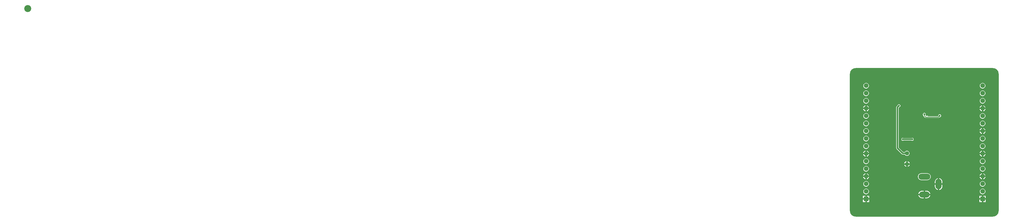
<source format=gbl>
G04 Layer_Physical_Order=2*
G04 Layer_Color=11436288*
%FSLAX23Y23*%
%MOIN*%
G70*
G01*
G75*
%ADD23C,0.020*%
%ADD25C,0.010*%
%ADD27C,0.055*%
%ADD28R,0.061X0.061*%
%ADD29C,0.061*%
%ADD30O,0.079X0.138*%
%ADD31O,0.138X0.079*%
%ADD32O,0.157X0.079*%
%ADD33C,0.026*%
%ADD34C,0.092*%
%ADD35C,0.158*%
%ADD36C,0.050*%
G36*
X1837Y1969D02*
X1890Y1969D01*
X1949Y1929D01*
X1969Y1890D01*
X1969Y1836D01*
X1969Y1836D01*
X1969Y132D01*
X1969Y132D01*
X1969Y79D01*
X1929Y20D01*
X1890Y-0D01*
X1836Y0D01*
X1836Y-0D01*
X133D01*
X133Y0D01*
X79Y-0D01*
X20Y39D01*
X-0Y79D01*
X0Y133D01*
X-0Y133D01*
X-0Y1837D01*
X-0Y1837D01*
X-0Y1890D01*
X20Y1929D01*
X31Y1937D01*
X39Y1949D01*
X79Y1969D01*
X133Y1969D01*
X133Y1969D01*
X1837Y1969D01*
X1837Y1969D01*
D02*
G37*
%LPC*%
G36*
X225Y575D02*
Y545D01*
X255D01*
X254Y546D01*
X250Y555D01*
X244Y564D01*
X235Y570D01*
X226Y574D01*
X225Y575D01*
D02*
G37*
G36*
X205D02*
X204Y574D01*
X195Y570D01*
X186Y564D01*
X180Y555D01*
X176Y546D01*
X175Y545D01*
X205D01*
Y575D01*
D02*
G37*
G36*
X1745D02*
X1744Y574D01*
X1735Y570D01*
X1726Y564D01*
X1720Y555D01*
X1716Y546D01*
X1715Y545D01*
X1745D01*
Y575D01*
D02*
G37*
G36*
X215Y672D02*
X205Y671D01*
X197Y667D01*
X189Y661D01*
X183Y653D01*
X179Y645D01*
X178Y635D01*
X179Y625D01*
X183Y617D01*
X189Y609D01*
X197Y603D01*
X205Y599D01*
X215Y598D01*
X225Y599D01*
X233Y603D01*
X241Y609D01*
X247Y617D01*
X251Y625D01*
X252Y635D01*
X251Y645D01*
X247Y653D01*
X241Y661D01*
X233Y667D01*
X225Y671D01*
X215Y672D01*
D02*
G37*
G36*
X1765Y575D02*
Y545D01*
X1795D01*
X1794Y546D01*
X1790Y555D01*
X1784Y564D01*
X1775Y570D01*
X1766Y574D01*
X1765Y575D01*
D02*
G37*
G36*
X205Y525D02*
X175D01*
X176Y524D01*
X180Y515D01*
X186Y506D01*
X195Y500D01*
X204Y496D01*
X205Y495D01*
Y525D01*
D02*
G37*
G36*
X1024Y576D02*
X946D01*
X934Y574D01*
X923Y570D01*
X913Y562D01*
X906Y553D01*
X901Y542D01*
X900Y530D01*
X901Y518D01*
X906Y507D01*
X913Y498D01*
X923Y490D01*
X934Y486D01*
X946Y484D01*
X1024D01*
X1036Y486D01*
X1047Y490D01*
X1057Y498D01*
X1064Y507D01*
X1069Y518D01*
X1070Y530D01*
X1069Y542D01*
X1064Y553D01*
X1057Y562D01*
X1047Y570D01*
X1036Y574D01*
X1024Y576D01*
D02*
G37*
G36*
X255Y525D02*
X225D01*
Y495D01*
X226Y496D01*
X235Y500D01*
X244Y506D01*
X250Y515D01*
X254Y524D01*
X255Y525D01*
D02*
G37*
G36*
X1795D02*
X1765D01*
Y495D01*
X1766Y496D01*
X1775Y500D01*
X1784Y506D01*
X1790Y515D01*
X1794Y524D01*
X1795Y525D01*
D02*
G37*
G36*
X1745D02*
X1715D01*
X1716Y524D01*
X1720Y515D01*
X1726Y506D01*
X1735Y500D01*
X1744Y496D01*
X1745Y495D01*
Y525D01*
D02*
G37*
G36*
X765Y735D02*
Y708D01*
X792D01*
X788Y717D01*
X782Y725D01*
X774Y731D01*
X765Y735D01*
D02*
G37*
G36*
X745D02*
X736Y731D01*
X728Y725D01*
X722Y717D01*
X718Y708D01*
X745D01*
Y735D01*
D02*
G37*
G36*
X205Y825D02*
X175D01*
X176Y824D01*
X180Y815D01*
X186Y806D01*
X195Y800D01*
X204Y796D01*
X205Y795D01*
Y825D01*
D02*
G37*
G36*
X1745D02*
X1715D01*
X1716Y824D01*
X1720Y815D01*
X1726Y806D01*
X1735Y800D01*
X1744Y796D01*
X1745Y795D01*
Y825D01*
D02*
G37*
G36*
X255D02*
X225D01*
Y795D01*
X226Y796D01*
X235Y800D01*
X244Y806D01*
X250Y815D01*
X254Y824D01*
X255Y825D01*
D02*
G37*
G36*
X745Y688D02*
X718D01*
X722Y679D01*
X728Y671D01*
X736Y665D01*
X745Y662D01*
Y688D01*
D02*
G37*
G36*
X1755Y672D02*
X1745Y671D01*
X1737Y667D01*
X1729Y661D01*
X1723Y653D01*
X1719Y645D01*
X1718Y635D01*
X1719Y625D01*
X1723Y617D01*
X1729Y609D01*
X1737Y603D01*
X1745Y599D01*
X1755Y598D01*
X1765Y599D01*
X1773Y603D01*
X1781Y609D01*
X1787Y617D01*
X1791Y625D01*
X1792Y635D01*
X1791Y645D01*
X1787Y653D01*
X1781Y661D01*
X1773Y667D01*
X1765Y671D01*
X1755Y672D01*
D02*
G37*
G36*
X792Y688D02*
X765D01*
Y662D01*
X774Y665D01*
X782Y671D01*
X788Y679D01*
X792Y688D01*
D02*
G37*
G36*
X1755Y772D02*
X1745Y771D01*
X1737Y767D01*
X1729Y761D01*
X1723Y753D01*
X1719Y745D01*
X1718Y735D01*
X1719Y725D01*
X1723Y717D01*
X1729Y709D01*
X1737Y703D01*
X1745Y699D01*
X1755Y698D01*
X1765Y699D01*
X1773Y703D01*
X1781Y709D01*
X1787Y717D01*
X1791Y725D01*
X1792Y735D01*
X1791Y745D01*
X1787Y753D01*
X1781Y761D01*
X1773Y767D01*
X1765Y771D01*
X1755Y772D01*
D02*
G37*
G36*
X215D02*
X205Y771D01*
X197Y767D01*
X189Y761D01*
X183Y753D01*
X179Y745D01*
X178Y735D01*
X179Y725D01*
X183Y717D01*
X189Y709D01*
X197Y703D01*
X205Y699D01*
X215Y698D01*
X225Y699D01*
X233Y703D01*
X241Y709D01*
X247Y717D01*
X251Y725D01*
X252Y735D01*
X251Y745D01*
X247Y753D01*
X241Y761D01*
X233Y767D01*
X225Y771D01*
X215Y772D01*
D02*
G37*
G36*
X205Y276D02*
X174D01*
Y245D01*
X205D01*
Y276D01*
D02*
G37*
G36*
X1063Y284D02*
X995D01*
Y244D01*
X1015D01*
X1027Y246D01*
X1039Y251D01*
X1050Y259D01*
X1058Y269D01*
X1063Y281D01*
X1063Y284D01*
D02*
G37*
G36*
X256Y276D02*
X225D01*
Y245D01*
X256D01*
Y276D01*
D02*
G37*
G36*
X1796D02*
X1765D01*
Y245D01*
X1796D01*
Y276D01*
D02*
G37*
G36*
X1745D02*
X1714D01*
Y245D01*
X1745D01*
Y276D01*
D02*
G37*
G36*
X256Y225D02*
X225D01*
Y194D01*
X256D01*
Y225D01*
D02*
G37*
G36*
X205D02*
X174D01*
Y194D01*
X205D01*
Y225D01*
D02*
G37*
G36*
X1745D02*
X1714D01*
Y194D01*
X1745D01*
Y225D01*
D02*
G37*
G36*
X975Y284D02*
X907D01*
X907Y281D01*
X912Y269D01*
X920Y259D01*
X931Y251D01*
X943Y246D01*
X955Y244D01*
X975D01*
Y284D01*
D02*
G37*
G36*
X1796Y225D02*
X1765D01*
Y194D01*
X1796D01*
Y225D01*
D02*
G37*
G36*
X215Y472D02*
X205Y471D01*
X197Y467D01*
X189Y461D01*
X183Y453D01*
X179Y445D01*
X178Y435D01*
X179Y425D01*
X183Y417D01*
X189Y409D01*
X197Y403D01*
X205Y399D01*
X215Y398D01*
X225Y399D01*
X233Y403D01*
X241Y409D01*
X247Y417D01*
X251Y425D01*
X252Y435D01*
X251Y445D01*
X247Y453D01*
X241Y461D01*
X233Y467D01*
X225Y471D01*
X215Y472D01*
D02*
G37*
G36*
X1224Y422D02*
X1184D01*
Y354D01*
X1187Y354D01*
X1199Y359D01*
X1209Y367D01*
X1217Y377D01*
X1222Y389D01*
X1224Y402D01*
Y422D01*
D02*
G37*
G36*
X1755Y472D02*
X1745Y471D01*
X1737Y467D01*
X1729Y461D01*
X1723Y453D01*
X1719Y445D01*
X1718Y435D01*
X1719Y425D01*
X1723Y417D01*
X1729Y409D01*
X1737Y403D01*
X1745Y399D01*
X1755Y398D01*
X1765Y399D01*
X1773Y403D01*
X1781Y409D01*
X1787Y417D01*
X1791Y425D01*
X1792Y435D01*
X1791Y445D01*
X1787Y453D01*
X1781Y461D01*
X1773Y467D01*
X1765Y471D01*
X1755Y472D01*
D02*
G37*
G36*
X1184Y510D02*
Y442D01*
X1224D01*
Y461D01*
X1222Y474D01*
X1217Y486D01*
X1209Y496D01*
X1199Y504D01*
X1187Y509D01*
X1184Y510D01*
D02*
G37*
G36*
X1164D02*
X1161Y509D01*
X1149Y504D01*
X1139Y496D01*
X1131Y486D01*
X1126Y474D01*
X1124Y461D01*
Y442D01*
X1164D01*
Y510D01*
D02*
G37*
G36*
X1755Y372D02*
X1745Y371D01*
X1737Y367D01*
X1729Y361D01*
X1723Y353D01*
X1719Y345D01*
X1718Y335D01*
X1719Y325D01*
X1723Y317D01*
X1729Y309D01*
X1737Y303D01*
X1745Y299D01*
X1755Y298D01*
X1765Y299D01*
X1773Y303D01*
X1781Y309D01*
X1787Y317D01*
X1791Y325D01*
X1792Y335D01*
X1791Y345D01*
X1787Y353D01*
X1781Y361D01*
X1773Y367D01*
X1765Y371D01*
X1755Y372D01*
D02*
G37*
G36*
X215D02*
X205Y371D01*
X197Y367D01*
X189Y361D01*
X183Y353D01*
X179Y345D01*
X178Y335D01*
X179Y325D01*
X183Y317D01*
X189Y309D01*
X197Y303D01*
X205Y299D01*
X215Y298D01*
X225Y299D01*
X233Y303D01*
X241Y309D01*
X247Y317D01*
X251Y325D01*
X252Y335D01*
X251Y345D01*
X247Y353D01*
X241Y361D01*
X233Y367D01*
X225Y371D01*
X215Y372D01*
D02*
G37*
G36*
X975Y344D02*
X955D01*
X943Y342D01*
X931Y337D01*
X920Y329D01*
X912Y319D01*
X907Y307D01*
X907Y304D01*
X975D01*
Y344D01*
D02*
G37*
G36*
X1164Y422D02*
X1124D01*
Y402D01*
X1126Y389D01*
X1131Y377D01*
X1139Y367D01*
X1149Y359D01*
X1161Y354D01*
X1164Y354D01*
Y422D01*
D02*
G37*
G36*
X1015Y344D02*
X995D01*
Y304D01*
X1063D01*
X1063Y307D01*
X1058Y319D01*
X1050Y329D01*
X1039Y337D01*
X1027Y342D01*
X1015Y344D01*
D02*
G37*
G36*
X1795Y825D02*
X1765D01*
Y795D01*
X1766Y796D01*
X1775Y800D01*
X1784Y806D01*
X1790Y815D01*
X1794Y824D01*
X1795Y825D01*
D02*
G37*
G36*
X205Y1425D02*
X175D01*
X176Y1424D01*
X180Y1415D01*
X186Y1406D01*
X195Y1400D01*
X204Y1396D01*
X205Y1395D01*
Y1425D01*
D02*
G37*
G36*
X979Y1375D02*
X978Y1373D01*
X978Y1373D01*
X971Y1369D01*
X967Y1362D01*
X966Y1355D01*
X967Y1348D01*
X971Y1341D01*
X974Y1340D01*
Y1335D01*
X974Y1335D01*
X975Y1331D01*
X977Y1327D01*
X992Y1312D01*
X996Y1310D01*
X1000Y1309D01*
X1000Y1309D01*
X1170D01*
X1170Y1309D01*
X1175Y1310D01*
X1178Y1312D01*
X1184Y1318D01*
X1187Y1318D01*
X1195Y1319D01*
X1201Y1323D01*
X1205Y1330D01*
X1207Y1337D01*
X1205Y1345D01*
X1201Y1351D01*
X1195Y1355D01*
X1187Y1356D01*
X1180Y1355D01*
X1174Y1351D01*
X1170Y1345D01*
X1168Y1337D01*
X1168Y1336D01*
X1164Y1331D01*
X1034D01*
X1033Y1336D01*
X1004D01*
Y1357D01*
X1003Y1363D01*
X998Y1369D01*
X992Y1374D01*
X986Y1375D01*
X979D01*
D02*
G37*
G36*
X255Y1425D02*
X225D01*
Y1395D01*
X226Y1396D01*
X235Y1400D01*
X244Y1406D01*
X250Y1415D01*
X254Y1424D01*
X255Y1425D01*
D02*
G37*
G36*
X1795D02*
X1765D01*
Y1395D01*
X1766Y1396D01*
X1775Y1400D01*
X1784Y1406D01*
X1790Y1415D01*
X1794Y1424D01*
X1795Y1425D01*
D02*
G37*
G36*
X1745D02*
X1715D01*
X1716Y1424D01*
X1720Y1415D01*
X1726Y1406D01*
X1735Y1400D01*
X1744Y1396D01*
X1745Y1395D01*
Y1425D01*
D02*
G37*
G36*
X215Y1272D02*
X205Y1271D01*
X197Y1267D01*
X189Y1261D01*
X183Y1253D01*
X179Y1245D01*
X178Y1235D01*
X179Y1225D01*
X183Y1217D01*
X189Y1209D01*
X197Y1203D01*
X205Y1199D01*
X215Y1198D01*
X225Y1199D01*
X233Y1203D01*
X241Y1209D01*
X247Y1217D01*
X251Y1225D01*
X252Y1235D01*
X251Y1245D01*
X247Y1253D01*
X241Y1261D01*
X233Y1267D01*
X225Y1271D01*
X215Y1272D01*
D02*
G37*
G36*
X1765Y1175D02*
Y1145D01*
X1795D01*
X1794Y1146D01*
X1790Y1155D01*
X1784Y1164D01*
X1775Y1170D01*
X1766Y1174D01*
X1765Y1175D01*
D02*
G37*
G36*
X1755Y1272D02*
X1745Y1271D01*
X1737Y1267D01*
X1729Y1261D01*
X1723Y1253D01*
X1719Y1245D01*
X1718Y1235D01*
X1719Y1225D01*
X1723Y1217D01*
X1729Y1209D01*
X1737Y1203D01*
X1745Y1199D01*
X1755Y1198D01*
X1765Y1199D01*
X1773Y1203D01*
X1781Y1209D01*
X1787Y1217D01*
X1791Y1225D01*
X1792Y1235D01*
X1791Y1245D01*
X1787Y1253D01*
X1781Y1261D01*
X1773Y1267D01*
X1765Y1271D01*
X1755Y1272D01*
D02*
G37*
G36*
Y1372D02*
X1745Y1371D01*
X1737Y1367D01*
X1729Y1361D01*
X1723Y1353D01*
X1719Y1345D01*
X1718Y1335D01*
X1719Y1325D01*
X1723Y1317D01*
X1729Y1309D01*
X1737Y1303D01*
X1745Y1299D01*
X1755Y1298D01*
X1765Y1299D01*
X1773Y1303D01*
X1781Y1309D01*
X1787Y1317D01*
X1791Y1325D01*
X1792Y1335D01*
X1791Y1345D01*
X1787Y1353D01*
X1781Y1361D01*
X1773Y1367D01*
X1765Y1371D01*
X1755Y1372D01*
D02*
G37*
G36*
X215D02*
X205Y1371D01*
X197Y1367D01*
X189Y1361D01*
X183Y1353D01*
X179Y1345D01*
X178Y1335D01*
X179Y1325D01*
X183Y1317D01*
X189Y1309D01*
X197Y1303D01*
X205Y1299D01*
X215Y1298D01*
X225Y1299D01*
X233Y1303D01*
X241Y1309D01*
X247Y1317D01*
X251Y1325D01*
X252Y1335D01*
X251Y1345D01*
X247Y1353D01*
X241Y1361D01*
X233Y1367D01*
X225Y1371D01*
X215Y1372D01*
D02*
G37*
G36*
Y1672D02*
X205Y1671D01*
X197Y1667D01*
X189Y1661D01*
X183Y1653D01*
X179Y1645D01*
X178Y1635D01*
X179Y1625D01*
X183Y1617D01*
X189Y1609D01*
X197Y1603D01*
X205Y1599D01*
X215Y1598D01*
X225Y1599D01*
X233Y1603D01*
X241Y1609D01*
X247Y1617D01*
X251Y1625D01*
X252Y1635D01*
X251Y1645D01*
X247Y1653D01*
X241Y1661D01*
X233Y1667D01*
X225Y1671D01*
X215Y1672D01*
D02*
G37*
G36*
X1755Y1572D02*
X1745Y1571D01*
X1737Y1567D01*
X1729Y1561D01*
X1723Y1553D01*
X1719Y1545D01*
X1718Y1535D01*
X1719Y1525D01*
X1723Y1517D01*
X1729Y1509D01*
X1737Y1503D01*
X1745Y1499D01*
X1755Y1498D01*
X1765Y1499D01*
X1773Y1503D01*
X1781Y1509D01*
X1787Y1517D01*
X1791Y1525D01*
X1792Y1535D01*
X1791Y1545D01*
X1787Y1553D01*
X1781Y1561D01*
X1773Y1567D01*
X1765Y1571D01*
X1755Y1572D01*
D02*
G37*
G36*
Y1672D02*
X1745Y1671D01*
X1737Y1667D01*
X1729Y1661D01*
X1723Y1653D01*
X1719Y1645D01*
X1718Y1635D01*
X1719Y1625D01*
X1723Y1617D01*
X1729Y1609D01*
X1737Y1603D01*
X1745Y1599D01*
X1755Y1598D01*
X1765Y1599D01*
X1773Y1603D01*
X1781Y1609D01*
X1787Y1617D01*
X1791Y1625D01*
X1792Y1635D01*
X1791Y1645D01*
X1787Y1653D01*
X1781Y1661D01*
X1773Y1667D01*
X1765Y1671D01*
X1755Y1672D01*
D02*
G37*
G36*
Y1772D02*
X1745Y1771D01*
X1737Y1767D01*
X1729Y1761D01*
X1723Y1753D01*
X1719Y1745D01*
X1718Y1735D01*
X1719Y1725D01*
X1723Y1717D01*
X1729Y1709D01*
X1737Y1703D01*
X1745Y1699D01*
X1755Y1698D01*
X1765Y1699D01*
X1773Y1703D01*
X1781Y1709D01*
X1787Y1717D01*
X1791Y1725D01*
X1792Y1735D01*
X1791Y1745D01*
X1787Y1753D01*
X1781Y1761D01*
X1773Y1767D01*
X1765Y1771D01*
X1755Y1772D01*
D02*
G37*
G36*
X215D02*
X205Y1771D01*
X197Y1767D01*
X189Y1761D01*
X183Y1753D01*
X179Y1745D01*
X178Y1735D01*
X179Y1725D01*
X183Y1717D01*
X189Y1709D01*
X197Y1703D01*
X205Y1699D01*
X215Y1698D01*
X225Y1699D01*
X233Y1703D01*
X241Y1709D01*
X247Y1717D01*
X251Y1725D01*
X252Y1735D01*
X251Y1745D01*
X247Y1753D01*
X241Y1761D01*
X233Y1767D01*
X225Y1771D01*
X215Y1772D01*
D02*
G37*
G36*
X225Y1475D02*
Y1445D01*
X255D01*
X254Y1446D01*
X250Y1455D01*
X244Y1464D01*
X235Y1470D01*
X226Y1474D01*
X225Y1475D01*
D02*
G37*
G36*
X205D02*
X204Y1474D01*
X195Y1470D01*
X186Y1464D01*
X180Y1455D01*
X176Y1446D01*
X175Y1445D01*
X205D01*
Y1475D01*
D02*
G37*
G36*
X1745D02*
X1744Y1474D01*
X1735Y1470D01*
X1726Y1464D01*
X1720Y1455D01*
X1716Y1446D01*
X1715Y1445D01*
X1745D01*
Y1475D01*
D02*
G37*
G36*
X215Y1572D02*
X205Y1571D01*
X197Y1567D01*
X189Y1561D01*
X183Y1553D01*
X179Y1545D01*
X178Y1535D01*
X179Y1525D01*
X183Y1517D01*
X189Y1509D01*
X197Y1503D01*
X205Y1499D01*
X215Y1498D01*
X225Y1499D01*
X233Y1503D01*
X241Y1509D01*
X247Y1517D01*
X251Y1525D01*
X252Y1535D01*
X251Y1545D01*
X247Y1553D01*
X241Y1561D01*
X233Y1567D01*
X225Y1571D01*
X215Y1572D01*
D02*
G37*
G36*
X1765Y1475D02*
Y1445D01*
X1795D01*
X1794Y1446D01*
X1790Y1455D01*
X1784Y1464D01*
X1775Y1470D01*
X1766Y1474D01*
X1765Y1475D01*
D02*
G37*
G36*
X1270Y896D02*
X1269Y895D01*
X1270D01*
Y896D01*
D02*
G37*
G36*
Y875D02*
X1269D01*
X1270Y874D01*
Y875D01*
D02*
G37*
G36*
X215Y972D02*
X205Y971D01*
X197Y967D01*
X189Y961D01*
X183Y953D01*
X179Y945D01*
X178Y935D01*
X179Y925D01*
X183Y917D01*
X189Y909D01*
X197Y903D01*
X205Y899D01*
X215Y898D01*
X225Y899D01*
X233Y903D01*
X241Y909D01*
X247Y917D01*
X251Y925D01*
X252Y935D01*
X251Y945D01*
X247Y953D01*
X241Y961D01*
X233Y967D01*
X225Y971D01*
X215Y972D01*
D02*
G37*
G36*
X1270Y910D02*
X1269D01*
X1270Y909D01*
Y910D01*
D02*
G37*
G36*
X1755Y972D02*
X1745Y971D01*
X1737Y967D01*
X1729Y961D01*
X1723Y953D01*
X1719Y945D01*
X1718Y935D01*
X1719Y925D01*
X1723Y917D01*
X1729Y909D01*
X1737Y903D01*
X1745Y899D01*
X1755Y898D01*
X1765Y899D01*
X1773Y903D01*
X1781Y909D01*
X1787Y917D01*
X1791Y925D01*
X1792Y935D01*
X1791Y945D01*
X1787Y953D01*
X1781Y961D01*
X1773Y967D01*
X1765Y971D01*
X1755Y972D01*
D02*
G37*
G36*
X205Y875D02*
X204Y874D01*
X195Y870D01*
X186Y864D01*
X180Y855D01*
X176Y846D01*
X175Y845D01*
X205D01*
Y875D01*
D02*
G37*
G36*
X650Y1489D02*
X643Y1488D01*
X636Y1484D01*
X632Y1477D01*
X632Y1475D01*
X618Y1462D01*
X615Y1456D01*
X614Y1450D01*
Y910D01*
X615Y904D01*
X618Y898D01*
X688Y828D01*
X694Y825D01*
X700Y824D01*
X725D01*
X726Y823D01*
X731Y816D01*
X738Y811D01*
X746Y807D01*
X755Y806D01*
X764Y807D01*
X772Y811D01*
X779Y816D01*
X784Y823D01*
X788Y831D01*
X789Y840D01*
X788Y849D01*
X784Y857D01*
X779Y864D01*
X772Y869D01*
X764Y873D01*
X755Y874D01*
X746Y873D01*
X738Y869D01*
X731Y864D01*
X726Y857D01*
X725Y856D01*
X707D01*
X646Y917D01*
Y1443D01*
X655Y1452D01*
X657Y1452D01*
X664Y1456D01*
X668Y1463D01*
X669Y1470D01*
X668Y1477D01*
X664Y1484D01*
X657Y1488D01*
X650Y1489D01*
D02*
G37*
G36*
X225Y875D02*
Y845D01*
X255D01*
X254Y846D01*
X250Y855D01*
X244Y864D01*
X235Y870D01*
X226Y874D01*
X225Y875D01*
D02*
G37*
G36*
X1765D02*
Y845D01*
X1795D01*
X1794Y846D01*
X1790Y855D01*
X1784Y864D01*
X1775Y870D01*
X1766Y874D01*
X1765Y875D01*
D02*
G37*
G36*
X1745D02*
X1744Y874D01*
X1735Y870D01*
X1726Y864D01*
X1720Y855D01*
X1716Y846D01*
X1715Y845D01*
X1745D01*
Y875D01*
D02*
G37*
G36*
Y1125D02*
X1715D01*
X1716Y1124D01*
X1720Y1115D01*
X1726Y1106D01*
X1735Y1100D01*
X1744Y1096D01*
X1745Y1095D01*
Y1125D01*
D02*
G37*
G36*
X825Y1044D02*
X818Y1043D01*
X815Y1041D01*
X710D01*
X707Y1043D01*
X700Y1044D01*
X693Y1043D01*
X686Y1039D01*
X682Y1032D01*
X681Y1025D01*
X682Y1018D01*
X686Y1011D01*
X693Y1007D01*
X700Y1006D01*
X707Y1007D01*
X710Y1009D01*
X815D01*
X818Y1007D01*
X825Y1006D01*
X832Y1007D01*
X839Y1011D01*
X843Y1018D01*
X844Y1025D01*
X843Y1032D01*
X839Y1039D01*
X832Y1043D01*
X825Y1044D01*
D02*
G37*
G36*
X1795Y1125D02*
X1765D01*
Y1095D01*
X1766Y1096D01*
X1775Y1100D01*
X1784Y1106D01*
X1790Y1115D01*
X1794Y1124D01*
X1795Y1125D01*
D02*
G37*
G36*
X1745Y1175D02*
X1744Y1174D01*
X1735Y1170D01*
X1726Y1164D01*
X1720Y1155D01*
X1716Y1146D01*
X1715Y1145D01*
X1745D01*
Y1175D01*
D02*
G37*
G36*
X215Y1172D02*
X205Y1171D01*
X197Y1167D01*
X189Y1161D01*
X183Y1153D01*
X179Y1145D01*
X178Y1135D01*
X179Y1125D01*
X183Y1117D01*
X189Y1109D01*
X197Y1103D01*
X205Y1099D01*
X215Y1098D01*
X225Y1099D01*
X233Y1103D01*
X241Y1109D01*
X247Y1117D01*
X251Y1125D01*
X252Y1135D01*
X251Y1145D01*
X247Y1153D01*
X241Y1161D01*
X233Y1167D01*
X225Y1171D01*
X215Y1172D01*
D02*
G37*
G36*
X1270Y945D02*
X1269D01*
X1270Y944D01*
Y945D01*
D02*
G37*
G36*
Y931D02*
X1269Y930D01*
X1270D01*
Y931D01*
D02*
G37*
G36*
Y966D02*
X1269Y965D01*
X1270D01*
Y966D01*
D02*
G37*
G36*
X1755Y1072D02*
X1745Y1071D01*
X1737Y1067D01*
X1729Y1061D01*
X1723Y1053D01*
X1719Y1045D01*
X1718Y1035D01*
X1719Y1025D01*
X1723Y1017D01*
X1729Y1009D01*
X1737Y1003D01*
X1745Y999D01*
X1755Y998D01*
X1765Y999D01*
X1773Y1003D01*
X1781Y1009D01*
X1787Y1017D01*
X1791Y1025D01*
X1792Y1035D01*
X1791Y1045D01*
X1787Y1053D01*
X1781Y1061D01*
X1773Y1067D01*
X1765Y1071D01*
X1755Y1072D01*
D02*
G37*
G36*
X215D02*
X205Y1071D01*
X197Y1067D01*
X189Y1061D01*
X183Y1053D01*
X179Y1045D01*
X178Y1035D01*
X179Y1025D01*
X183Y1017D01*
X189Y1009D01*
X197Y1003D01*
X205Y999D01*
X215Y998D01*
X225Y999D01*
X233Y1003D01*
X241Y1009D01*
X247Y1017D01*
X251Y1025D01*
X252Y1035D01*
X251Y1045D01*
X247Y1053D01*
X241Y1061D01*
X233Y1067D01*
X225Y1071D01*
X215Y1072D01*
D02*
G37*
%LPD*%
D23*
X700Y1025D02*
X825D01*
X700Y840D02*
X755D01*
X630Y910D02*
X700Y840D01*
X630Y910D02*
Y1450D01*
X650Y1470D01*
D25*
X985Y1335D02*
Y1355D01*
Y1335D02*
X1000Y1320D01*
X1170D01*
X1187Y1337D01*
D27*
X755Y698D02*
D03*
Y840D02*
D03*
D28*
X1755Y235D02*
D03*
X215D02*
D03*
D29*
X1755Y335D02*
D03*
Y435D02*
D03*
Y535D02*
D03*
Y635D02*
D03*
Y735D02*
D03*
Y835D02*
D03*
Y935D02*
D03*
Y1035D02*
D03*
Y1135D02*
D03*
Y1235D02*
D03*
Y1335D02*
D03*
Y1435D02*
D03*
Y1535D02*
D03*
Y1635D02*
D03*
Y1735D02*
D03*
X215Y335D02*
D03*
Y435D02*
D03*
Y535D02*
D03*
Y635D02*
D03*
Y735D02*
D03*
Y835D02*
D03*
Y935D02*
D03*
Y1035D02*
D03*
Y1135D02*
D03*
Y1235D02*
D03*
Y1335D02*
D03*
Y1435D02*
D03*
Y1535D02*
D03*
Y1635D02*
D03*
Y1735D02*
D03*
D30*
X1174Y432D02*
D03*
D31*
X985Y294D02*
D03*
D32*
Y530D02*
D03*
D33*
X1290Y885D02*
D03*
Y920D02*
D03*
Y955D02*
D03*
X1145D02*
D03*
Y920D02*
D03*
X1000Y1480D02*
D03*
X1030D02*
D03*
Y1450D02*
D03*
X1000D02*
D03*
Y1420D02*
D03*
X1030D02*
D03*
X1000Y1390D02*
D03*
X1030D02*
D03*
Y1360D02*
D03*
X850Y1300D02*
D03*
Y1270D02*
D03*
X815Y1300D02*
D03*
Y1270D02*
D03*
X780D02*
D03*
Y1300D02*
D03*
X745D02*
D03*
Y1270D02*
D03*
X710Y1300D02*
D03*
Y1270D02*
D03*
X700Y1025D02*
D03*
X825D02*
D03*
X650Y1470D02*
D03*
X985Y1355D02*
D03*
X1187Y1337D02*
D03*
X1495Y1445D02*
D03*
Y1410D02*
D03*
Y1375D02*
D03*
Y1340D02*
D03*
X1280Y1350D02*
D03*
Y1320D02*
D03*
Y1290D02*
D03*
X1145Y885D02*
D03*
D34*
X-10866Y2756D02*
D03*
D35*
X79Y79D02*
D03*
X1890D02*
D03*
X1890Y1890D02*
D03*
X79D02*
D03*
D36*
X244Y59D02*
D03*
X429D02*
D03*
X614D02*
D03*
X799D02*
D03*
X984D02*
D03*
X1169D02*
D03*
X1354D02*
D03*
X1539D02*
D03*
X1724D02*
D03*
X1909Y244D02*
D03*
Y429D02*
D03*
Y614D02*
D03*
Y799D02*
D03*
Y984D02*
D03*
Y1169D02*
D03*
Y1354D02*
D03*
Y1539D02*
D03*
Y1724D02*
D03*
X1724Y1909D02*
D03*
X1539D02*
D03*
X1354D02*
D03*
X1169D02*
D03*
X984D02*
D03*
X799D02*
D03*
X614D02*
D03*
X429D02*
D03*
X244D02*
D03*
X59Y1724D02*
D03*
Y1539D02*
D03*
Y1354D02*
D03*
Y1169D02*
D03*
Y984D02*
D03*
Y799D02*
D03*
Y614D02*
D03*
Y429D02*
D03*
Y244D02*
D03*
M02*

</source>
